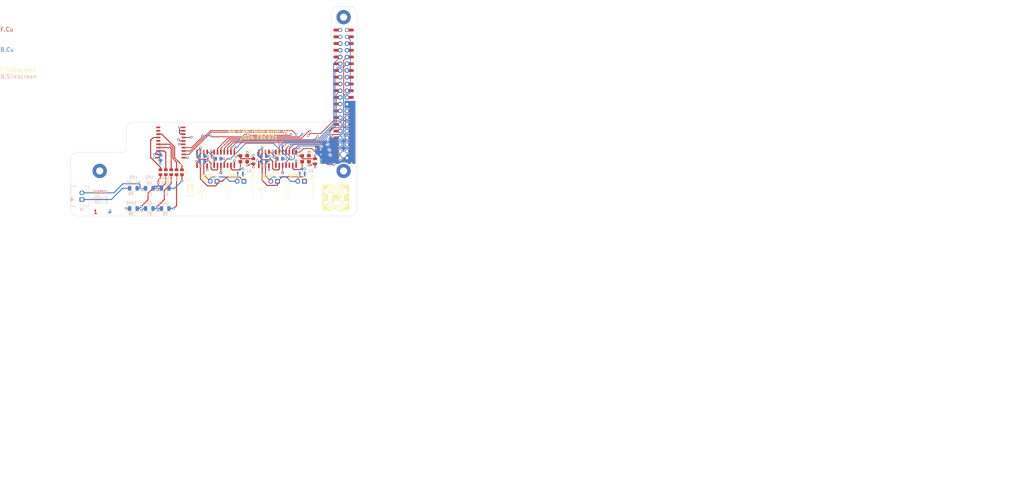
<source format=kicad_pcb>
(kicad_pcb (version 20240108) (generator "pcbnew") (generator_version "8.0")
  (title_block (title "NX-IndicatorBoard V2") (date "2024-07-28") (rev "2") (company "971 Spartan Robotics"))
  (layers (0 "F.Cu" signal) (1 "In1.Cu" signal) (2 "In2.Cu" signal) (31 "B.Cu" signal) (34 "B.Paste" user) (35 "F.Paste" user) (36 "B.SilkS" user "B.Silkscreen") (37 "F.SilkS" user "F.Silkscreen") (38 "B.Mask" user) (39 "F.Mask" user) (44 "Edge.Cuts" user))
  (net 0 "")
  (net 1 "+3V3")
  (net 2 "GND")
  (net 4 "+5V")
  (net 5 "/NX_PC_LED+")
  (net 6 "Net-(D3-A)")
  (net 7 "Net-(D4-A)")
  (net 8 "Net-(D6-A)")
  (net 10 "Net-(D8-A)")
  (net 11 "Net-(D7-A)")
  (net 12 "/I2C1_SDA")
  (net 13 "/I2C1_SCL")
  (net 14 "/GPIO09")
  (net 15 "/UART1_TXD")
  (net 16 "/UART1_RXD")
  (net 17 "/UART1_RTS")
  (net 18 "/I2S0_SCLK")
  (net 19 "/SPI1_SCK")
  (net 20 "/GPIO12")
  (net 21 "/CAN1_L")
  (net 22 "/CAN1_H")
  (net 23 "/SPI0_MOSI")
  (net 24 "/SPI0_MISO")
  (net 25 "/SPI1_MISO")
  (net 26 "/SPI0_SCK")
  (net 27 "/SPI1_CS0")
  (net 28 "/SPI0_CS1")
  (net 29 "/I2C0_SDA")
  (net 30 "/I2C0_SCL")
  (net 31 "/GPIO01")
  (net 32 "/GPIO11")
  (net 33 "/GPIO07")
  (net 34 "/GPIO13")
  (net 35 "/I2S0_FS")
  (net 36 "/UART1_CTS")
  (net 37 "/SPI1_MOSI")
  (net 38 "/I2S0_DIN")
  (net 39 "/I2S0_DOUT")
  (net 40 "/NX_PC_LED-")
  (net 41 "/CAN2_L")
  (net 42 "/CAN2_H")
  (net 44 "/SPI0_CS0")
  (net 45 "/SPI1_CS1")
  (net 46 "Net-(U1-B5)")
  (net 47 "Net-(U1-B4)")
  (net 48 "Net-(U1-B2)")
  (net 49 "Net-(U1-B1)")
  (net 50 "Net-(U1-B0)")
  (net 51 "Net-(U6-CLKO{slash}SOF)")
  (net 52 "Net-(U3-CLKO{slash}SOF)")
  (net 54 "/SPI-CAN-FD1/CANTX")
  (net 55 "/SPI-CAN-FD1/CANRX")
  (net 56 "Net-(U6-OSC1)")
  (net 58 "/SPI-CAN-FD2/CANRX")
  (net 59 "/SPI-CAN-FD2/CANTX")
  (net 60 "Net-(U3-OSC1)")
  (footprint "Package_SO:SO-14_3.9x8.65mm_P1.27mm" (layer "F.Cu") (at 112.9805 104.394 90)
    (property "Reference" "U3")
    (property "Value" "MCP2518FDT-H/SL")
  )
  (footprint "TestPoint:TestPoint_THTPad_D1.0mm_Drill0.5mm" (layer "F.Cu") (at 111.7346 109.7026)
    (property "Reference" "TP1")
    (property "Value" "CLKO")
  )
  (footprint "Package_SO:SO-20_12.8x7.5mm_P1.27mm" (layer "F.Cu") (at 92.8624 98.298 180)
    (property "Reference" "U1")
    (property "Value" "74LVC245AD")
  )
  (footprint "NX-IndicatorBoard:ECS-5032MV" (layer "F.Cu") (at 120.3452 104.394 180)
    (property "Reference" "U4")
    (property "Value" "40MHz")
  )
  (footprint "Package_SO:SO-8_3.9x4.9mm_P1.27mm" (layer "F.Cu") (at 127.9144 104.4194 -90)
    (property "Reference" "U5")
    (property "Value" "MCP2558FD")
  )
  (footprint "Resistor_SMD:R_0805_2012Metric" (layer "F.Cu") (at 94.996 109.474 90)
    (property "Reference" "R4")
    (property "Value" "499R-1%-0805")
  )
  (footprint "NX-IndicatorBoard:ECS-5032MV" (layer "F.Cu") (at 143.637 104.394 180)
    (property "Reference" "U7")
    (property "Value" "40MHz")
  )
  (footprint "NX-IndicatorBoard:M20-782045" (layer "F.Cu") (at 158 104.13 90)
    (property "Reference" "J1")
    (property "Value" "NX Expansion")
  )
  (footprint "NX-IndicatorBoard:70555-0001" (layer "F.Cu") (at 108.966 112.903 -90)
    (property "Reference" "J2")
    (property "Value" "CAN1")
  )
  (footprint "NX-IndicatorBoard:Spartan Logo-FrontSilk" (layer "F.Cu") (at 155.0416 119.0498)
    (property "Reference" "G1" (hide yes))
    (property "Value" "LOGO" (hide yes))
  )
  (footprint "Package_SO:SO-14_3.9x8.65mm_P1.27mm" (layer "F.Cu") (at 136.271 104.394 90)
    (property "Reference" "U6")
    (property "Value" "MCP2518FDT-H/SL")
  )
  (footprint "Resistor_SMD:R_0805_2012Metric" (layer "F.Cu") (at 90.932 109.474 90)
    (property "Reference" "R2")
    (property "Value" "499R-1%-0805")
  )
  (footprint "TestPoint:TestPoint_THTPad_D1.0mm_Drill0.5mm" (layer "F.Cu") (at 135.001 109.6772)
    (property "Reference" "TP2")
    (property "Value" "CLKO")
  )
  (footprint "Resistor_SMD:R_0805_2012Metric" (layer "F.Cu") (at 97.028 109.474 90)
    (property "Reference" "R5")
    (property "Value" "499R-1%-0805")
  )
  (footprint "MountingHole:MountingHole_2.7mm_M2.5_Pad" (layer "F.Cu") (at 158 51)
    (property "Reference" "H1" (hide yes))
    (property "Value" "MountingHole" (hide yes))
  )
  (footprint "NX-IndicatorBoard:70555-0001" (layer "F.Cu") (at 141.9606 112.903 -90)
    (property "Reference" "J5")
    (property "Value" "CAN2")
  )
  (footprint "Package_SO:SO-8_3.9x4.9mm_P1.27mm" (layer "F.Cu") (at 104.6226 104.4448 -90)
    (property "Reference" "U2")
    (property "Value" "MCP2558FD")
  )
  (footprint "Resistor_SMD:R_0805_2012Metric" (layer "F.Cu") (at 92.964 109.474 90)
    (property "Reference" "R3")
    (property "Value" "499R-1%-0805")
  )
  (footprint "MountingHole:MountingHole_2.7mm_M2.5_Pad" (layer "F.Cu") (at 66 109)
    (property "Reference" "H2" (hide yes))
    (property "Value" "MountingHole" (hide yes))
  )
  (footprint "MountingHole:MountingHole_2.7mm_M2.5_Pad" (layer "F.Cu") (at 158 109)
    (property "Reference" "H3" (hide yes))
    (property "Value" "MountingHole" (hide yes))
  )
  (footprint "NX-IndicatorBoard:70555-0001" (layer "F.Cu") (at 119.126 112.903 -90)
    (property "Reference" "J3")
    (property "Value" "CAN1")
  )
  (footprint "Capacitor_SMD:C_0805_2012Metric" (layer "F.Cu") (at 147.2438 105.3592 90)
    (property "Reference" "C2")
    (property "Value" "0.1uF-10%-50V-0805")
  )
  (footprint "NX-IndicatorBoard:70555-0001" (layer "F.Cu") (at 131.826 112.903 -90)
    (property "Reference" "J4")
    (property "Value" "CAN2")
  )
  (footprint "Resistor_SMD:R_0805_2012Metric" (layer "F.Cu") (at 88.9 109.474 90)
    (property "Reference" "R1")
    (property "Value" "499R-1%-0805")
  )
  (footprint "Capacitor_SMD:C_0805_2012Metric" (layer "F.Cu") (at 123.952 105.3592 90)
    (property "Reference" "C1")
    (property "Value" "0.1uF-10%-50V-0805")
  )
  (footprint "Capacitor_SMD:C_0805_2012Metric" (layer "B.Cu") (at 127.9144 105.4354)
    (property "Reference" "C8")
    (property "Value" "0.1uF-10%-50V-0805")
  )
  (footprint "LED_SMD:LED_1206_3216Metric" (layer "B.Cu") (at 84.721 123.18)
    (property "Reference" "D7")
    (property "Value" "CAN1")
  )
  (footprint "NX-IndicatorBoard:Lumex-LPF-C012303S" (layer "B.Cu") (at 84.796 126.00022 180)
    (property "Reference" "LP2")
    (property "Value" "Lumex-2x-Light-Pipe")
  )
  (footprint "Capacitor_SMD:C_0805_2012Metric" (layer "B.Cu") (at 110.6932 104.394)
    (property "Reference" "C7")
    (property "Value" "0.1uF-10%-50V-0805")
  )
  (footprint "Capacitor_SMD:C_0805_2012Metric" (layer "B.Cu") (at 104.6226 105.4354)
    (property "Reference" "C9")
    (property "Value" "0.1uF-10%-50V-0805")
  )
  (footprint "NX-IndicatorBoard:70543-0001" (layer "B.Cu") (at 59.3178 119.7864 90)
    (property "Reference" "J6")
    (property "Value" "PC LED")
  )
  (footprint "Package_TO_SOT_SMD:SOT-23" (layer "B.Cu") (at 142.3811 109.0168 90)
    (property "Reference" "D1")
    (property "Value" "PESD1CAN")
  )
  (footprint "LED_SMD:LED_1206_3216Metric" (layer "B.Cu") (at 78.721 115.56)
    (property "Reference" "D5")
    (property "Value" "PC LED")
  )
  (footprint "Capacitor_SMD:C_0805_2012Metric" (layer "B.Cu") (at 133.985 104.394)
    (property "Reference" "C6")
    (property "Value" "0.1uF-10%-50V-0805")
  )
  (footprint "NX-IndicatorBoard:Lumex-LPF-C012303S" (layer "B.Cu") (at 78.796 126.00022 180)
    (property "Reference" "LP3")
    (property "Value" "Lumex-2x-Light-Pipe")
  )
  (footprint "LED_SMD:LED_1206_3216Metric" (layer "B.Cu") (at 84.721 115.56)
    (property "Reference" "D4")
    (property "Value" "HD")
  )
  (footprint "LED_SMD:LED_1206_3216Metric" (layer "B.Cu") (at 90.721 123.18)
    (property "Reference" "D6")
    (property "Value" "CAN2")
  )
  (footprint "LED_SMD:LED_1206_3216Metric" (layer "B.Cu") (at 78.721 123.18)
    (property "Reference" "D8")
    (property "Value" "CAN0")
  )
  (footprint "Capacitor_SMD:C_0805_2012Metric" (layer "B.Cu") (at 127.9144 103.4034)
    (property "Reference" "C3")
    (property "Value" "0.1uF-10%-50V-0805")
  )
  (footprint "Capacitor_SMD:C_0805_2012Metric" (layer "B.Cu") (at 104.6226 103.4034)
    (property "Reference" "C4")
    (property "Value" "0.1uF-10%-50V-0805")
  )
  (footprint "Package_TO_SOT_SMD:SOT-23" (layer "B.Cu") (at 119.0385 109.0168 90)
    (property "Reference" "D2")
    (property "Value" "PESD1CAN")
  )
  (footprint "NX-IndicatorBoard:Lumex-LPF-C012303S" (layer "B.Cu") (at 90.796 126.00022 180)
    (property "Reference" "LP1")
    (property "Value" "Lumex-2x-Light-Pipe")
  )
  (footprint "LED_SMD:LED_1206_3216Metric" (layer "B.Cu") (at 90.721 115.56)
    (property "Reference" "D3")
    (property "Value" "CPU")
  )
  (footprint "Capacitor_SMD:C_0805_2012Metric" (layer "B.Cu") (at 88.9 104.0384 90)
    (property "Reference" "C5")
    (property "Value" "0.1uF-10%-50V-0805")
  )
  (gr_poly (pts (xy 161.036 105.7656) (xy 161.511 106.3753) (xy 160.5712 106.3753)) (stroke (width 0.15)) (fill solid) (layer "F.SilkS"))
  (gr_poly (pts (xy 145.6182 101.854) (xy 145.1432 101.2443) (xy 146.083 101.2443)) (stroke (width 0.15)) (fill solid) (layer "F.SilkS"))
  (gr_poly (pts (xy 122.6566 101.8794) (xy 122.1816 101.2697) (xy 123.1214 101.2697)) (stroke (width 0.15)) (fill solid) (layer "F.SilkS"))
  (gr_line (start 55 123.4) (end 54.9922 104.6064) (stroke (width 0.1)) (layer "Edge.Cuts"))
  (gr_arc (start 160.451972 47.016972) (mid 162.290478 47.778483) (end 163.051972 49.616972) (stroke (width 0.1)) (layer "Edge.Cuts"))
  (gr_line (start 160.435 126) (end 57.6 126) (stroke (width 0.1)) (layer "Edge.Cuts"))
  (gr_arc (start 153.416 88.03) (mid 152.672051 89.826051) (end 150.876 90.57) (stroke (width 0.1)) (layer "Edge.Cuts"))
  (gr_line (start 153.416 49.556972) (end 153.416 88.03) (stroke (width 0.1)) (layer "Edge.Cuts"))
  (gr_line (start 160.451972 47.016972) (end 155.956 47.016972) (stroke (width 0.1)) (layer "Edge.Cuts"))
  (gr_line (start 163.051972 49.616972) (end 163.035 123.4) (stroke (width 0.1)) (layer "Edge.Cuts"))
  (gr_line (start 78.57 90.57) (end 150.876 90.57) (stroke (width 0.1)) (layer "Edge.Cuts"))
  (gr_line (start 57.5922 102.0064) (end 74.4714 102.0078) (stroke (width 0.1)) (layer "Edge.Cuts"))
  (gr_arc (start 75.97 93.17) (mid 76.731522 91.331522) (end 78.57 90.57) (stroke (width 0.1)) (layer "Edge.Cuts"))
  (gr_arc (start 163.035 123.4) (mid 162.273478 125.238478) (end 160.435 126) (stroke (width 0.1)) (layer "Edge.Cuts"))
  (gr_line (start 75.9714 100.5078) (end 75.97 93.17) (stroke (width 0.1)) (layer "Edge.Cuts"))
  (gr_arc (start 54.9922 104.6064) (mid 55.753722 102.767922) (end 57.5922 102.0064) (stroke (width 0.1)) (layer "Edge.Cuts"))
  (gr_arc (start 153.416 49.556972) (mid 154.159959 47.760939) (end 155.956 47.016972) (stroke (width 0.1)) (layer "Edge.Cuts"))
  (gr_arc (start 75.9714 100.5078) (mid 75.53206 101.56846) (end 74.4714 102.0078) (stroke (width 0.1)) (layer "Edge.Cuts"))
  (gr_arc (start 57.6 126) (mid 55.761522 125.238478) (end 55 123.4) (stroke (width 0.1)) (layer "Edge.Cuts"))
  (gr_text "${LAYER}" (at 28.3972 56.515 0) (layer "F.Cu") (effects (font (size 1.5 1.5) (thickness 0.1875)) (justify left bottom)))
  (gr_text "1" (at 64.4652 125.3236 0) (layer "F.Cu") (effects (font (size 1.5 1.5) (thickness 0.3) (bold yes)) (justify bottom)))
  (gr_text "${LAYER}" (at 28.3972 64.135 0) (layer "B.Cu") (effects (font (size 1.5 1.5) (thickness 0.1875)) (justify left bottom)))
  (gr_text "4" (at 69.849999 125.3236 0) (layer "B.Cu") (effects (font (size 1.5 1.5) (thickness 0.3) (bold yes)) (justify bottom mirror)))
  (gr_text "${LAYER}" (at 28.3972 74.295 0) (layer "B.SilkS") (effects (font (size 1.5 1.5) (thickness 0.1875)) (justify left bottom)))
  (gr_text "2-LED+\n1-LED-" (at 62.738 121.2596 0) (layer "B.SilkS") (effects (font (size 1.016 1.016) (thickness 0.1524)) (justify right bottom mirror)))
  (gr_text "${LAYER}" (at 28.3972 71.755 0) (layer "F.SilkS") (effects (font (size 1.5 1.5) (thickness 0.1875)) (justify left bottom)))
  (gr_text "2-CAN H\n1-CAN L" (at 101.5492 118.9228 90) (layer "F.SilkS") (effects (font (size 1 1)) (justify left bottom)))
  (gr_text "NX CAN INDICATOR V2\n2024 FRC971" (at 126.0094 97.2312 0) (layer "F.SilkS") (effects (font (size 1.397 1.397) (thickness 0.2794) (bold yes)) (justify bottom)))
  (segment (start 145.7198 106.8324) (end 144.907 106.8324) (width 0.381) (layer "F.Cu") (net 1))
  (segment (start 122.3772 106.807) (end 122.875 106.3092) (width 0.381) (layer "F.Cu") (net 1))
  (segment (start 147.2438 106.3092) (end 147.2438 107.5182) (width 0.381) (layer "F.Cu") (net 1))
  (segment (start 121.6152 103.294) (end 121.6152 101.981) (width 0.381) (layer "F.Cu") (net 1))
  (segment (start 123.952 106.3092) (end 123.952 107.4928) (width 0.381) (layer "F.Cu") (net 1))
  (segment (start 102.7176 107.0198) (end 102.7176 105.664) (width 0.381) (layer "F.Cu") (net 1))
  (segment (start 147.2438 106.3092) (end 146.243 106.3092) (width 0.381) (layer "F.Cu") (net 1))
  (segment (start 160.91 104.13) (end 159.27 104.13) (width 1.02) (layer "F.Cu") (net 1))
  (segment (start 144.907 101.9556) (end 144.9324 101.9302) (width 0.381) (layer "F.Cu") (net 1))
  (segment (start 145.0594 106.68) (end 144.907 106.8324) (width 0.3048) (layer "F.Cu") (net 1))
  (segment (start 88.1124 104.013) (end 86.6394 104.013) (width 0.381) (layer "F.Cu") (net 1))
  (segment (start 146.243 106.3092) (end 145.7198 106.8324) (width 0.381) (layer "F.Cu") (net 1))
  (segment (start 126.0094 105.5878) (end 125.476 105.0544) (width 0.381) (layer "F.Cu") (net 1))
  (segment (start 108.4468 101.919) (end 108.102402 101.574602) (width 0.381) (layer "F.Cu") (net 1))
  (segment (start 144.907 103.294) (end 144.907 101.9556) (width 0.381) (layer "F.Cu") (net 1))
  (segment (start 108.102402 101.574602) (end 108.102402 101.422202) (width 0.381) (layer "F.Cu") (net 1))
  (segment (start 144.907 105.494) (end 144.907 106.8324) (width 0.381) (layer "F.Cu") (net 1))
  (segment (start 126.0094 106.9944) (end 126.0094 105.5878) (width 0.381) (layer "F.Cu") (net 1))
  (segment (start 102.7176 105.664) (end 102.4382 105.3846) (width 0.381) (layer "F.Cu") (net 1))
  (segment (start 132.461 101.919) (end 131.8402 101.919) (width 0.3048) (layer "F.Cu") (net 1))
  (segment (start 121.6152 105.494) (end 121.6152 106.807) (width 0.381) (layer "F.Cu") (net 1))
  (segment (start 131.8402 101.919) (end 131.4069 101.4857) (width 0.3048) (layer "F.Cu") (net 1))
  (segment (start 109.1705 101.919) (end 108.4468 101.919) (width 0.381) (layer "F.Cu") (net 1))
  (segment (start 86.6394 104.013) (end 86.614 103.9876) (width 0.381) (layer "F.Cu") (net 1))
  (segment (start 121.6152 106.807) (end 122.3772 106.807) (width 0.381) (layer "F.Cu") (net 1))
  (segment (start 122.875 106.3092) (end 123.952 106.3092) (width 0.381) (layer "F.Cu") (net 1))
  (segment (start 160.91 83.81) (end 159.27 83.81) (width 1.02) (layer "F.Cu") (net 1))
  (via (at 88.802464 106.235475) (size 0.889) (drill 0.508) (layers "F.Cu" "B.Cu") (net 1))
  (via (at 123.952 107.4928) (size 0.889) (drill 0.508) (layers "F.Cu" "B.Cu") (net 1))
  (via (at 144.9324 101.9302) (size 0.889) (drill 0.508) (layers "F.Cu" "B.Cu") (net 1))
  (via (at 102.4382 105.3846) (size 0.889) (drill 0.508) (layers "F.Cu" "B.Cu") (net 1))
  (via (at 125.476 105.0544) (size 0.889) (drill 0.508) (layers "F.Cu" "B.Cu") (net 1))
  (via (at 131.4069 101.4857) (size 0.889) (drill 0.508) (layers "F.Cu" "B.Cu") (net 1))
  (via (at 147.2438 107.5182) (size 0.889) (drill 0.508) (layers "F.Cu" "B.Cu") (net 1))
  (via (at 149.4536 102.7938) (size 0.889) (drill 0.508) (layers "F.Cu" "B.Cu") (net 1))
  (via (at 144.907 106.8324) (size 0.889) (drill 0.508) (layers "F.Cu" "B.Cu") (net 1))
  (via (at 149.3012 101.0412) (size 0.889) (drill 0.508) (layers "F.Cu" "B.Cu") (net 1))
  (via (at 147.633249 100.555421) (size 0.889) (drill 0.508) (layers "F.Cu" "B.Cu") (net 1))
  (via (at 86.614 103.9876) (size 0.889) (drill 0.508) (layers "F.Cu" "B.Cu") (net 1))
  (via (at 121.6152 101.981) (size 0.889) (drill 0.508) (layers "F.Cu" "B.Cu") (net 1))
  (via (at 108.102402 101.422202) (size 0.889) (drill 0.508) (layers "F.Cu" "B.Cu") (net 1))
  (via (at 121.6152 106.807) (size 0.889) (drill 0.508) (layers "F.Cu" "B.Cu") (net 1))
  (segment (start 108.102402 103.809802) (end 108.102402 101.422202) (width 0.381) (layer "B.Cu") (net 1))
  (segment (start 108.6866 104.394) (end 108.102402 103.809802) (width 0.381) (layer "B.Cu") (net 1))
  (segment (start 132.08 104.394) (end 131.4069 103.7209) (width 0.3048) (layer "B.Cu") (net 1))
  (segment (start 126.9644 105.4354) (end 125.857 105.4354) (width 0.381) (layer "B.Cu") (net 1))
  (segment (start 109.7432 104.394) (end 108.6866 104.394) (width 0.381) (layer "B.Cu") (net 1))
  (segment (start 103.6726 105.4354) (end 102.489 105.4354) (width 0.381) (layer "B.Cu") (net 1))
  (segment (start 102.489 105.4354) (end 102.4382 105.3846) (width 0.381) (layer "B.Cu") (net 1))
  (segment (start 131.4069 103.7209) (end 131.4069 101.4857) (width 0.3048) (layer "B.Cu") (net 1))
  (segment (start 125.857 105.4354) (end 125.476 105.0544) (width 0.381) (layer "B.Cu") (net 1))
  (segment (start 88.9 104.9884) (end 88.9 106.137939) (width 0.381) (layer "B.Cu") (net 1))
  (segment (start 88.9 106.137939) (end 88.802464 106.235475) (width 0.381) (layer "B.Cu") (net 1))
  (segment (start 133.035 104.394) (end 132.08 104.394) (width 0.3048) (layer "B.Cu") (net 1))
  (segment (start 116.7905 106.869) (end 116.7905 105.1827) (width 0.381) (layer "F.Cu") (net 2))
  (segment (start 116.7905 105.1827) (end 116.7892 105.1814) (width 0.381) (layer "F.Cu") (net 2))
  (segment (start 160.91 73.65) (end 159.27 73.65) (width 1.02) (layer "F.Cu") (net 2))
  (segment (start 160.91 55.87) (end 159.27 55.87) (width 1.02) (layer "F.Cu") (net 2))
  (segment (start 130.2766 103.4796) (end 129.0066 103.4796) (width 0.381) (layer "F.Cu") (net 2))
  (segment (start 106.5276 108.585) (end 106.553 108.6104) (width 0.381) (layer "F.Cu") (net 2))
  (segment (start 119.0752 103.294) (end 117.813 103.294) (width 0.381) (layer "F.Cu") (net 2))
  (segment (start 96.1136 93.8784) (end 96.1136 92.6084) (width 0.381) (layer "F.Cu") (net 2))
  (segment (start 119.0752 104.14) (end 119.3444 104.4092) (width 0.381) (layer "F.Cu") (net 2))
  (segment (start 119.0752 103.294) (end 119.0752 104.14) (width 0.381) (layer "F.Cu") (net 2))
  (segment (start 96.1136 94.742) (end 96.1136 93.8784) (width 0.381) (layer "F.Cu") (net 2))
  (segment (start 155.09 81.27) (end 156.73 81.27) (width 1.02) (layer "F.Cu") (net 2))
  (segment (start 96.1136 92.6084) (end 97.587 92.6084) (width 0.3048) (layer "F.Cu") (net 2))
  (segment (start 155.09 88.89) (end 156.73 88.89) (width 1.02) (layer "F.Cu") (net 2))
  (segment (start 97.6124 93.853) (end 96.139 93.853) (width 0.381) (layer "F.Cu") (net 2))
  (segment (start 97.6124 95.123) (end 96.4946 95.123) (width 0.381) (layer "F.Cu") (net 2))
  (segment (start 105.2576 101.8698) (end 105.2576 103.124) (width 0.381) (layer "F.Cu") (net 2))
  (segment (start 142.367 104.1654) (end 142.6108 104.4092) (width 0.381) (layer "F.Cu") (net 2))
  (segment (start 155.09 68.57) (end 156.73 68.57) (width 1.02) (layer "F.Cu") (net 2))
  (segment (start 88.1124 102.743) (end 86.614 102.743) (width 0.381) (layer "F.Cu") (net 2))
  (segment (start 97.6124 104.013) (end 99.0854 104.013) (width 0.3048) (layer "F.Cu") (net 2))
  (segment (start 106.5276 107.0198) (end 106.5276 108.585) (width 0.381) (layer "F.Cu") (net 2))
  (segment (start 99.0854 104.013) (end 99.1108 104.0384) (width 0.3048) (layer "F.Cu") (net 2))
  (segment (start 119.3444 104.4092) (end 123.952 104.4092) (width 0.381) (layer "F.Cu") (net 2))
  (segment (start 97.587 92.6084) (end 97.6124 92.583) (width 0.3048) (layer "F.Cu") (net 2))
  (segment (start 140.081 106.869) (end 140.081 105.2068) (width 0.3048) (layer "F.Cu") (net 2))
  (segment (start 129.8194 106.9944) (end 129.8194 108.6104) (width 0.3048) (layer "F.Cu") (net 2))
  (segment (start 105.2576 103.124) (end 105.664 103.5304) (width 0.381) (layer "F.Cu") (net 2))
  (segment (start 155.09 63.49) (end 156.73 63.49) (width 1.02) (layer "F.Cu") (net 2))
  (segment (start 155.09 99.05) (end 156.73 99.05) (width 1.02) (layer "F.Cu") (net 2))
  (segment (start 160.91 93.97) (end 159.27 93.97) (width 1.02) (layer "F.Cu") (net 2))
  (segment (start 147.2438 103.2002) (end 147.2438 103.1748) (width 0.381) (layer "F.Cu") (net 2))
  (segment (start 96.139 93.853) (end 96.1136 93.8784) (width 0.381) (layer "F.Cu") (net 2))
  (segment (start 128.5494 103.0224) (end 128.5494 101.8444) (width 0.381) (layer "F.Cu") (net 2))
  (segment (start 97.6124 98.933) (end 96.0628 98.933) (width 0.381) (layer "F.Cu") (net 2))
  (segment (start 96.4946 95.123) (end 96.1136 94.742) (width 0.381) (layer "F.Cu") (net 2))
  (segment (start 142.367 103.294) (end 140.9622 103.294) (width 0.381) (layer "F.Cu") (net 2))
  (segment (start 140.081 105.2068) (end 140.0556 105.1814) (width 0.3048) (layer "F.Cu") (net 2))
  (segment (start 105.664 103.5304) (end 106.807 103.5304) (width 0.381) (layer "F.Cu") (net 2))
  (segment (start 147.2438 104.4092) (end 147.2438 103.2002) (width 0.381) (layer "F.Cu") (net 2))
  (segment (start 123.952 104.4092) (end 123.952 103.2002) (width 0.381) (layer "F.Cu") (net 2))
  (segment (start 129.0066 103.4796) (end 128.5494 103.0224) (width 0.381) (layer "F.Cu") (net 2))
  (segment (start 142.6108 104.4092) (end 147.2438 104.4092) (width 0.381) (layer "F.Cu") (net 2))
  (segment (start 142.367 103.294) (end 142.367 104.1654) (width 0.381) (layer "F.Cu") (net 2))
  (segment (start 140.9622 103.294) (end 140.9446 103.2764) (width 0.381) (layer "F.Cu") (net 2))
  (segment (start 117.813 103.294) (end 117.3988 103.7082) (width 0.381) (layer "F.Cu") (net 2))
  (via (at 112.8522 104.4194) (size 0.889) (drill 0.508) (layers "F.Cu" "B.Cu") (net 2))
  (via (at 140.0556 105.1814) (size 0.889) (drill 0.508) (layers "F.Cu" "B.Cu") (net 2))
  (via (at 75.946 123.1646) (size 0.889) (drill 0.508) (layers "F.Cu" "B.Cu") (net 2))
  (via (at 106.553 108.6104) (size 0.889) (drill 0.508) (layers "F.Cu" "B.Cu") (net 2))
  (via (at 81.9658 115.9764) (size 0.889) (drill 0.508) (layers "F.Cu" "B.Cu") (net 2))
  (via (at 96.0628 98.933) (size 0.889) (drill 0.508) (layers "F.Cu" "B.Cu") (net 2))
  (via (at 117.3988 103.7082) (size 0.889) (drill 0.508) (layers "F.Cu" "B.Cu") (net 2))
  (via (at 147.2438 103.1748) (size 0.889) (drill 0.508) (layers "F.Cu" "B.Cu") (net 2))
  (via (at 106.807 103.5304) (size 0.889) (drill 0.508) (layers "F.Cu" "B.Cu") (net 2))
  (via (at 120.0658 108.1024) (size 0.889) (drill 0.508) (layers "F.Cu" "B.Cu") (net 2))
  (via (at 130.2766 103.4796) (size 0.889) (drill 0.508) (layers "F.Cu" "B.Cu") (net 2))
  (via (at 140.9446 103.2764) (size 0.889) (drill 0.508) (layers "F.Cu" "B.Cu") (net 2))
  (via (at 116.7892 105.1814) (size 0.889) (drill 0.508) (layers "F.Cu" "B.Cu") (net 2))
  (via (at 96.1136 92.6084) (size 0.889) (drill 0.508) (layers "F.Cu" "B.Cu") (net 2))
  (via (at 129.8194 108.6104) (size 0.889) (drill 0.508) (layers "F.Cu" "B.Cu") (net 2))
  (via (at 87.9094 116.1288) (size 0.889) (drill 0.508) (layers "F.Cu" "B.Cu") (net 2))
  (via (at 87.9856 123.7996) (size 0.889) (drill 0.508) (layers "F.Cu" "B.Cu") (net 2))
  (via (at 81.788 123.7996) (size 0.889) (drill 0.508) (layers "F.Cu" "B.Cu") (net 2))
  (via (at 99.1108 104.0384) (size 0.889) (drill 0.508) (layers "F.Cu" "B.Cu") (net 2))
  (via (at 86.614 102.743) (size 0.889) (drill 0.508) (layers "F.Cu" "B.Cu") (net 2))
  (via (at 136.12171 104.414192) (size 0.889) (drill 0.508) (layers "F.Cu" "B.Cu") (net 2))
  (via (at 123.952 103.2002) (size 0.889) (drill 0.508) (layers "F.Cu" "B.Cu") (net 2))
  (via (at 143.4084 108.1024) (size 0.889) (drill 0.508) (layers "F.Cu" "B.Cu") (net 2))
  (segment (start 106.68 103.4034) (end 106.807 103.5304) (width 0.381) (layer "B.Cu") (net 2))
  (segment (start 105.5726 105.4354) (end 106.3752 105.4354) (width 0.381) (layer "B.Cu") (net 2))
  (segment (start 142.3811 108.0793) (end 143.3853 108.0793) (width 0.381) (layer "B.Cu") (net 2))
  (segment (start 83.321 123.18) (end 82.4076 123.18) (width 0.381) (layer "B.Cu") (net 2))
  (segment (start 128.8644 105.4354) (end 129.6924 105.4354) (width 0.381) (layer "B.Cu") (net 2))
  (segment (start 82.4076 123.18) (end 81.788 123.7996) (width 0.381) (layer "B.Cu") (net 2))
  (segment (start 106.807 105.0036) (end 106.807 103.5304) (width 0.381) (layer "B.Cu") (net 2))
  (segment (start 87.5284 101.8286) (end 86.614 102.743) (width 0.381) (layer "B.Cu") (net 2))
  (segment (start 136.101518 104.394) (end 136.12171 104.414192) (width 0.3048) (layer "B.Cu") (net 2))
  (segment (start 112.8268 104.394) (end 112.8522 104.4194) (width 0.381) (layer "B.Cu") (net 2))
  (segment (start 120.0427 108.0793) (end 120.0658 108.1024) (width 0.381) (layer "B.Cu") (net 2))
  (segment (start 88.3312 123.18) (end 88.3158 123.1646) (width 0.381) (layer "B.Cu") (net 2))
  (segment (start 89.321 115.56) (end 88.2804 115.56) (width 0.381) (layer "B.Cu") (net 2))
  (segment (start 88.3158 123.1646) (end 87.9856 123.4948) (width 0.381) (layer "B.Cu") (net 2))
  (segment (start 119.0385 108.0793) (end 120.0427 108.0793) (width 0.381) (layer "B.Cu") (net 2))
  (segment (start 83.321 115.56) (end 82.3822 115.56) (width 0.381) (layer "B.Cu") (net 2))
  (segment (start 134.935 104.394) (end 136.101518 104.394) (width 0.3048) (layer "B.Cu") (net 2))
  (segment (start 106.3752 105.4354) (end 106.807 105.0036) (width 0.381) (layer "B.Cu") (net 2))
  (segment (start 88.4936 101.8286) (end 87.5284 101.8286) (width 0.381) (layer "B.Cu") (net 2))
  (segment (start 87.9094 115.931) (end 87.9094 116.1288) (width 0.381) (layer "B.Cu") (net 2))
  (segment (start 128.8644 103.4034) (end 130.2004 103.4034) (width 0.381) (layer "B.Cu") (net 2))
  (segment (start 75.9614 123.18) (end 75.946 123.1646) (width 0.381) (layer "B.Cu") (net 2))
  (segment (start 111.6432 104.394) (end 112.8268 104.394) (width 0.381) (layer "B.Cu") (net 2))
  (segment (start 87.9856 123.4948) (end 87.9856 123.7996) (width 0.381) (layer "B.Cu") (net 2))
  (segment (start 82.3822 115.56) (end 81.9658 115.9764) (width 0.381) (layer "B.Cu") (net 2))
  (segment (start 105.5726 103.4034) (end 106.68 103.4034) (width 0.381) (layer "B.Cu") (net 2))
  (segment (start 130.2766 104.8512) (end 130.2766 103.4796) (width 0.381) (layer "B.Cu") (net 2))
  (segment (start 130.2004 103.4034) (end 130.2766 103.4796) (width 0.381) (layer "B.Cu") (net 2))
  (segment (start 88.2804 115.56) (end 87.9094 115.931) (width 0.381) (layer "B.Cu") (net 2))
  (segment (start 88.9 103.0884) (end 88.9 102.235) (width 0.381) (layer "B.Cu") (net 2))
  (segment (start 77.321 123.18) (end 75.9614 123.18) (width 0.381) (layer "B.Cu") (net 2))
  (segment (start 143.3853 108.0793) (end 143.4084 108.1024) (width 0.381) (layer "B.Cu") (net 2))
  (segment (start 89.321 123.18) (end 88.3312 123.18) (width 0.381) (layer "B.Cu") (net 2))
  (segment (start 129.6924 105.4354) (end 130.2766 104.8512) (width 0.381) (layer "B.Cu") (net 2))
  (segment (start 88.9 102.235) (end 88.4936 101.8286) (width 0.381) (layer "B.Cu") (net 2))
  (segment (start 127.2794 100.33) (end 127.254 100.3046) (width 0.3048) (layer "F.Cu") (net 4))
  (segment (start 155.09 101.59) (end 156.73 101.59) (width 1.02) (layer "F.Cu") (net 4))
  (segment (start 103.9876 100.2538) (end 103.9876 101.8698) (width 0.381) (layer "F.Cu") (net 4))
  (segment (start 155.09 104.13) (end 156.73 104.13) (width 1.02) (layer "F.Cu") (net 4))
  (segment (start 127.2794 101.8444) (end 127.2794 100.33) (width 0.3048) (layer "F.Cu") (net 4))
  (via (at 103.9876 100.2538) (size 0.889) (drill 0.508) (layers "F.Cu" "B.Cu") (net 4))
  (via (at 127.254 100.3046) (size 0.889) (drill 0.508) (layers "F.Cu" "B.Cu") (net 4))
  (segment (start 102.8192 103.4034) (end 102.616 103.2002) (width 0.381) (layer "B.Cu") (net 4))
  (segment (start 102.616 101.6254) (end 103.9876 100.2538) (width 0.381) (layer "B.Cu") (net 4))
  (segment (start 125.8062 103.4034) (end 125.5014 103.0986) (width 0.381) (layer "B.Cu") (net 4))
  (segment (start 103.6726 103.4034) (end 102.8192 103.4034) (width 0.381) (layer "B.Cu") (net 4))
  (segment (start 102.616 103.2002) (end 102.616 101.6254) (width 0.381) (layer "B.Cu") (net 4))
  (segment (start 127.254 100.33) (end 127.254 100.3046) (width 0.381) (layer "B.Cu") (net 4))
  (segment (start 126.9644 103.4034) (end 125.8062 103.4034) (width 0.381) (layer "B.Cu") (net 4))
  (segment (start 125.5014 102.0826) (end 127.254 100.33) (width 0.381) (layer "B.Cu") (net 4))
  (segment (start 125.5014 103.0986) (end 125.5014 102.0826) (width 0.381) (layer "B.Cu") (net 4))
  (segment (start 80.121 115.56) (end 81.0868 115.56) (width 0.381) (layer "B.Cu") (net 5))
  (segment (start 81.0868 115.56) (end 81.28 115.3668) (width 0.381) (layer "B.Cu") (net 5))
  (segment (start 71.3486 117.2464) (end 59.3178 117.2464) (width 0.381) (layer "B.Cu") (net 5))
  (segment (start 81.28 115.3668) (end 81.28 114.3762) (width 0.381) (layer "B.Cu") (net 5))
  (segment (start 80.7466 113.8428) (end 74.7522 113.8428) (width 0.381) (layer "B.Cu") (net 5))
  (segment (start 81.28 114.3762) (end 80.7466 113.8428) (width 0.381) (layer "B.Cu") (net 5))
  (segment (start 74.7522 113.8428) (end 71.3486 117.2464) (width 0.381) (layer "B.Cu") (net 5))
  (segment (start 97.028 110.3865) (end 97.028 112.7506) (width 0.381) (layer "F.Cu") (net 6))
  (via (at 97.028 112.7506) (size 0.889) (drill 0.508) (layers "F.Cu" "B.Cu") (net 6))
  (segment (start 92.121 115.56) (end 94.2186 115.56) (width 0.381) (layer "B.Cu") (net 6))
  (segment (start 94.2186 115.56) (end 97.028 112.7506) (width 0.381) (layer "B.Cu") (net 6))
  (segment (start 88.1126 112.4204) (end 88.9 111.633) (width 0.381) (layer "F.Cu") (net 7))
  (segment (start 88.9 111.633) (end 88.9 110.3865) (width 0.381) (layer "F.Cu") (net 7))
  (segment (start 88.1126 113.5126) (end 88.1126 112.4204) (width 0.381) (layer "F.Cu") (net 7))
  (via (at 88.1126 113.5126) (size 0.889) (drill 0.508) (layers "F.Cu" "B.Cu") (net 7))
  (segment (start 87.2082 115.56) (end 87.2998 115.4684) (width 0.381) (layer "B.Cu") (net 7))
  (segment (start 88.1126 114.6556) (end 88.1126 113.5126) (width 0.381) (layer "B.Cu") (net 7))
  (segment (start 86.121 115.56) (end 87.2082 115.56) (width 0.381) (layer "B.Cu") (net 7))
  (segment (start 87.2998 115.4684) (end 88.1126 114.6556) (width 0.381) (layer "B.Cu") (net 7))
  (segment (start 94.996 122.0978) (end 93.9546 123.1392) (width 0.381) (layer "F.Cu") (net 8))
  (segment (start 94.996 110.3865) (end 94.996 122.0978) (width 0.381) (layer "F.Cu") (net 8))
  (via (at 93.9546 123.1392) (size 0.889) (drill 0.508) (layers "F.Cu" "B.Cu") (net 8))
  (segment (start 93.9546 123.1392) (end 92.1618 123.1392) (width 0.381) (layer "B.Cu") (net 8))
  (segment (start 92.1618 123.1392) (end 92.121 123.18) (width 0.381) (layer "B.Cu") (net 8))
  (segment (start 89.8144 114.7318) (end 86.8934 114.7318) (width 0.381) (layer "F.Cu") (net 10))
  (segment (start 84.2264 117.3988) (end 84.2264 119.8372) (width 0.381) (layer "F.Cu") (net 10))
  (segment (start 90.932 110.3865) (end 90.932 113.6142) (width 0.381) (layer "F.Cu") (net 10))
  (segment (start 86.8934 114.7318) (end 84.2264 117.3988) (width 0.381) (layer "F.Cu") (net 10))
  (segment (start 84.2264 119.8372) (end 81.6356 122.428) (width 0.381) (layer "F.Cu") (net 10))
  (segment (start 90.932 113.6142) (end 89.8144 114.7318) (width 0.381) (layer "F.Cu") (net 10))
  (via (at 81.6356 122.428) (size 0.889) (drill 0.508) (layers "F.Cu" "B.Cu") (net 10))
  (segment (start 80.8836 123.18) (end 81.6356 122.428) (width 0.381) (layer "B.Cu") (net 10))
  (segment (start 80.121 123.18) (end 80.8836 123.18) (width 0.381) (layer "B.Cu") (net 10))
  (segment (start 92.964 113.7666) (end 90.3732 116.3574) (width 0.381) (layer "F.Cu") (net 11))
  (segment (start 90.3732 119.7864) (end 87.6046 122.555) (width 0.381) (layer "F.Cu") (net 11))
  (segment (start 90.3732 116.3574) (end 90.3732 119.7864) (width 0.381) (layer "F.Cu") (net 11))
  (segment (start 92.964 110.3865) (end 92.964 113.7666) (width 0.381) (layer "F.Cu") (net 11))
  (via (at 87.6046 122.555) (size 0.889) (drill 0.508) (layers "F.Cu" "B.Cu") (net 11))
  (segment (start 87.6046 122.8852) (end 87.6046 122.555) (width 0.381) (layer "B.Cu") (net 11))
  (segment (start 87.3098 123.18) (end 87.6046 122.8852) (width 0.381) (layer "B.Cu") (net 11))
  (segment (start 86.121 123.18) (end 87.3098 123.18) (width 0.381) (layer "B.Cu") (net 11))
  (segment (start 160.91 101.59) (end 159.27 101.59) (width 1.02) (layer "F.Cu") (net 12))
  (segment (start 160.91 99.05) (end 159.27 99.05) (width 1.02) (layer "F.Cu") (net 13))
  (segment (start 157.982336 97.797664) (end 157.982336 99.827664) (width 0.3048) (layer "F.Cu") (net 14))
  (segment (start 157.982336 99.827664) (end 157.5054 100.3046) (width 0.3048) (layer "F.Cu") (net 14))
  (segment (start 160.91 96.51) (end 159.27 96.51) (width 1.02) (layer "F.Cu") (net 14))
  (segment (start 153.4922 102.4128) (end 152.9588 102.9462) (width 0.3048) (layer "F.Cu") (net 14))
  (segment (start 112.9805 106.869) (end 112.9805 105.5865) (width 0.3048) (layer "F.Cu") (net 14))
  (segment (start 154.200516 100.3046) (end 153.4922 101.012916) (width 0.3048) (layer "F.Cu") (net 14))
  (segment (start 157.5054 100.3046) (end 154.200516 100.3046) (width 0.3048) (layer "F.Cu") (net 14))
  (segment (start 153.4922 101.012916) (end 153.4922 102.4128) (width 0.3048) (layer "F.Cu") (net 14))
  (segment (start 114.1476 104.4194) (end 115.2906 104.4194) (width 0.3048) (layer "F.Cu") (net 14))
  (segment (start 112.9805 105.5865) (end 114.1476 104.4194) (width 0.3048) (layer "F.Cu") (net 14))
  (segment (start 159.27 96.51) (end 157.982336 97.797664) (width 0.3048) (layer "F.Cu") (net 14))
  (via (at 149.5044 99.822) (size 0.889) (drill 0.508) (layers "F.Cu" "B.Cu") (net 14))
  (via (at 115.2906 104.4194) (size 0.889) (drill 0.508) (layers "F.Cu" "B.Cu") (net 14))
  (via (at 152.9588 102.9462) (size 0.889) (drill 0.508) (layers "F.Cu" "B.Cu") (net 14))
  (segment (start 137.698229 104.783636) (end 131.466593 98.552) (width 0.3048) (layer "B.Cu") (net 14))
  (segment (start 121.158 98.552) (end 115.2906 104.4194) (width 0.3048) (layer "B.Cu") (net 14))
  (segment (start 139.4968 104.0384) (end 138.751564 104.783636) (width 0.3048) (layer "B.Cu") (net 14))
  (segment (start 138.751564 104.783636) (end 137.698229 104.783636) (width 0.3048) (layer "B.Cu") (net 14))
  (segment (start 149.2758 99.5934) (end 140.6906 99.5934) (width 0.3048) (layer "B.Cu") (net 14))
  (segment (start 140.6906 99.5934) (end 139.4968 100.7872) (width 0.3048) (layer "B.Cu") (net 14))
  (segment (start 149.5044 99.822) (end 149.2758 99.5934) (width 0.3048) (layer "B.Cu") (net 14))
  (segment (start 131.466593 98.552) (end 121.158 98.552) (width 0.3048) (layer "B.Cu") (net 14))
  (segment (start 139.4968 100.7872) (end 139.4968 104.0384) (width 0.3048) (layer "B.Cu") (net 14))
  (segment (start 99.689232 102.743) (end 108.045832 94.3864) (width 0.3048) (layer "F.Cu") (net 15))
  (segment (start 135.914892 94.3864) (end 136.2456 94.717108) (width 0.3048) (layer "F.Cu") (net 15))
  (segment (start 97.6124 102.743) (end 99.689232 102.743) (width 0.3048) (layer "F.Cu") (net 15))
  (segment (start 155.09 96.51) (end 156.73 96.51) (width 1.02) (layer "F.Cu") (net 15))
  (segment (start 108.045832 94.3864) (end 135.914892 94.3864) (width 0.3048) (layer "F.Cu") (net 15))
  (via (at 136.2456 94.717108) (size 0.889) (drill 0.508) (layers "F.Cu" "B.Cu") (net 15))
  (segment (start 155.09 93.97) (end 156.73 93.97) (width 1.02) (layer "F.Cu") (net 16))
  (segment (start 138.58437 93.7768) (end 140.079414 95.271844) (width 0.3048) (layer "F.Cu") (net 16))
  (segment (start 97.6124 101.473) (end 100.174716 101.473) (width 0.3048) (layer "F.Cu") (net 16))
  (segment (start 107.870916 93.7768) (end 138.58437 93.7768) (width 0.3048) (layer "F.Cu") (net 16))
  (segment (start 100.174716 101.473) (end 107.870916 93.7768) (width 0.3048) (layer "F.Cu") (net 16))
  (via (at 140.079414 95.271844) (size 0.889) (drill 0.508) (layers "F.Cu" "B.Cu") (net 16))
  (segment (start 157.248735 95.257664) (end 154.137664 95.257664) (width 0.3048) (layer "F.Cu") (net 17))
  (segment (start 160.91 91.43) (end 159.27 91.43) (width 1.02) (layer "F.Cu") (net 17))
  (segment (start 154.137664 95.257664) (end 153.4668 95.928528) (width 0.3048) (layer "F.Cu") (net 17))
  (segment (start 159.27 91.555) (end 157.982336 92.842664) (width 0.3048) (layer "F.Cu") (net 17))
  (segment (start 159.27 91.43) (end 159.27 91.555) (width 0.3048) (layer "F.Cu") (net 17))
  (segment (start 153.4668 100.1776) (end 152.6286 101.0158) (width 0.3048) (layer "F.Cu") (net 17))
  (segment (start 95.6564 97.1296) (end 96.1898 97.663) (width 0.3048) (layer "F.Cu") (net 17))
  (segment (start 157.982336 94.524063) (end 157.248735 95.257664) (width 0.3048) (layer "F.Cu") (net 17))
  (segment (start 96.1898 97.663) (end 97.6124 97.663) (width 0.3048) (layer "F.Cu") (net 17))
  (segment (start 157.982336 92.842664) (end 157.982336 94.524063) (width 0.3048) (layer "F.Cu") (net 17))
  (segment (start 153.4668 95.928528) (end 153.4668 100.1776) (width 0.3048) (layer "F.Cu") (net 17))
  (via (at 152.6286 101.0158) (size 0.889) (drill 0.508) (layers "F.Cu" "B.Cu") (net 17))
  (via (at 95.6564 97.1296) (size 0.889) (drill 0.508) (layers "F.Cu" "B.Cu") (net 17))
  (segment (start 141.345918 96.11868) (end 108.31068 96.11868) (width 0.3048) (layer "F.Cu") (net 18))
  (segment (start 155.09 91.43) (end 156.73 91.43) (width 1.02) (layer "F.Cu") (net 18))
  (segment (start 97.6124 100.203) (end 100.6602 100.203) (width 0.3048) (layer "F.Cu") (net 18))
  (segment (start 108.31068 96.11868) (end 107.924601 95.732601) (width 0.3048) (layer "F.Cu") (net 18))
  (segment (start 142.354299 95.110299) (end 141.345918 96.11868) (width 0.3048) (layer "F.Cu") (net 18))
  (segment (start 104.698802 96.164398) (end 104.698802 95.732601) (width 0.3048) (layer "F.Cu") (net 18))
  (segment (start 100.6602 100.203) (end 104.698802 96.164398) (width 0.3048) (layer "F.Cu") (net 18))
  (via (at 104.698802 95.732601) (size 0.889) (drill 0.508) (layers "F.Cu" "B.Cu") (net 18))
  (via (at 107.924601 95.732601) (size 0.889) (drill 0.508) (layers "F.Cu" "B.Cu") (net 18))
  (via (at 142.354299 95.110299) (size 0.889) (drill 0.508) (layers "F.Cu" "B.Cu") (net 18))
  (segment (start 107.924601 95.732601) (end 104.698802 95.732601) (width 0.3048) (layer "B.Cu") (net 18))
  (segment (start 157.99 91.941071) (end 157.99 90.4728) (width 0.3048) (layer "F.Cu") (net 19))
  (segment (start 159.27 89.1928) (end 159.27 88.89) (width 0.3048) (layer "F.Cu") (net 19))
  (segment (start 137.541 101.919) (end 137.541 100.6094) (width 0.3048) (layer "F.Cu") (net 19))
  (segment (start 157.99 90.4728) (end 159.27 89.1928) (width 0.3048) (layer "F.Cu") (net 19))
  (segment (start 160.91 88.89) (end 159.27 88.89) (width 1.02) (layer "F.Cu") (net 19))
  (segment (start 157.213407 92.717664) (end 157.99 91.941071) (width 0.3048) (layer "F.Cu") (net 19))
  (segment (start 153.890936 92.717664) (end 157.213407 92.717664) (width 0.3048) (layer "F.Cu") (net 19))
  (segment (start 152.4762 99.8728) (end 152.8826 99.4664) (width 0.3048) (layer "F.Cu") (net 19))
  (segment (start 139.192 98.9584) (end 150.262593 98.9584) (width 0.3048) (layer "F.Cu") (net 19))
  (segment (start 152.8826 99.4664) (end 152.8826 93.726) (width 0.3048) (layer "F.Cu") (net 19))
  (segment (start 152.8826 93.726) (end 153.890936 92.717664) (width 0.3048) (layer "F.Cu") (net 19))
  (segment (start 151.176993 99.8728) (end 152.4762 99.8728) (width 0.3048) (layer "F.Cu") (net 19))
  (segment (start 150.262593 98.9584) (end 151.176993 99.8728) (width 0.3048) (layer "F.Cu") (net 19))
  (segment (start 137.541 100.6094) (end 139.192 98.9584) (width 0.3048) (layer "F.Cu") (net 19))
  (segment (start 115.5205 100.3541) (end 115.9002 99.9744) (width 0.3048) (layer "F.Cu") (net 20))
  (segment (start 160.91 86.35) (end 159.27 86.35) (width 1.02) (layer "F.Cu") (net 20))
  (segment (start 137.811256 95.563944) (end 138.1252 95.25) (width 0.3048) (layer "F.Cu") (net 20))
  (segment (start 115.5205 101.919) (end 115.5205 100.3541) (width 0.3048) (layer "F.Cu") (net 20))
  (segment (start 122.005344 95.563944) (end 137.811256 95.563944) (width 0.3048) (layer "F.Cu") (net 20))
  (segment (start 121.6914 95.25) (end 122.005344 95.563944) (width 0.3048) (layer "F.Cu") (net 20))
  (via (at 121.6914 95.25) (size 0.889) (drill 0.508) (layers "F.Cu" "B.Cu") (net 20))
  (via (at 115.9002 99.9744) (size 0.889) (drill 0.508) (layers "F.Cu" "B.Cu") (net 20))
  (via (at 138.1252 95.25) (size 0.889) (drill 0.508) (layers "F.Cu" "B.Cu") (net 20))
  (segment (start 121.6914 95.25) (end 120.6246 95.25) (width 0.3048) (layer "B.Cu") (net 20))
  (segment (start 120.6246 95.25) (end 115.9002 99.9744) (width 0.3048) (layer "B.Cu") (net 20))
  (segment (start 103.9876 112.014) (end 106.6038 114.6302) (width 0.381) (layer "F.Cu") (net 21))
  (segment (start 113.8174 111.3282) (end 118.8212 111.3282) (width 0.381) (layer "F.Cu") (net 21))
  (segment (start 103.9876 107.0198) (end 103.9876 112.014) (width 0.381) (layer "F.Cu") (net 21))
  (segment (start 110.236 112.903) (end 112.2426 112.903) (width 0.381) (layer "F.Cu") (net 21))
  (segment (start 112.2426 112.903) (end 113.8174 111.3282) (width 0.381) (layer "F.Cu") (net 21))
  (segment (start 118.8212 111.3282) (end 120.396 112.903) (width 0.381) (layer "F.Cu") (net 21))
  (segment (start 110.236 114.1476) (end 110.236 112.903) (width 0.381) (layer "F.Cu") (net 21))
  (segment (start 106.6038 114.6302) (end 109.7534 114.6302) (width 0.381) (layer "F.Cu") (net 21))
  (segment (start 109.7534 114.6302) (end 110.236 114.1476) (width 0.381) (layer "F.Cu") (net 21))
  (segment (start 120.396 111.5822) (end 120.396 112.903) (width 0.381) (layer "B.Cu") (net 21))
  (segment (start 119.9885 109.9543) (end 119.9885 111.1747) (width 0.381) (layer "B.Cu") (net 21))
  (segment (start 119.9885 111.1747) (end 120.396 111.5822) (width 0.381) (layer "B.Cu") (net 21))
  (segment (start 105.2576 107.0198) (end 105.2576 110.4646) (width 0.381) (layer "F.Cu") (net 22))
  (segment (start 105.2576 110.4646) (end 107.696 112.903) (width 0.381) (layer "F.Cu") (net 22))
  (segment (start 113.3856 111.2774) (end 115.0112 112.903) (width 0.381) (layer "B.Cu") (net 22))
  (segment (start 117.856 111.5568) (end 117.856 112.903) (width 0.381) (layer "B.Cu") (net 22))
  (segment (start 115.0112 112.903) (end 117.856 112.903) (width 0.381) (layer "B.Cu") (net 22))
  (segment (start 118.0885 111.3243) (end 117.856 111.5568) (width 0.381) (layer "B.Cu") (net 22))
  (segment (start 108.204 111.2774) (end 113.3856 111.2774) (width 0.381) (layer "B.Cu") (net 22))
  (segment (start 107.696 112.903) (end 107.696 111.7854) (width 0.381) (layer "B.Cu") (net 22))
  (segment (start 107.696 111.7854) (end 108.204 111.2774) (width 0.381) (layer "B.Cu") (net 22))
  (segment (start 118.0885 109.9543) (end 118.0885 111.3243) (width 0.381) (layer "B.Cu") (net 22))
  (segment (start 133.351473 97.78264) (end 151.36596 97.78264) (width 0.3048) (layer "F.Cu") (net 23))
  (segment (start 160.91 81.27) (end 159.27 81.27) (width 1.02) (layer "F.Cu") (net 23))
  (segment (start 151.36596 97.78264) (end 151.9174 97.2312) (width 0.3048) (layer "F.Cu") (net 23))
  (segment (start 115.703403 97.783597) (end 133.350516 97.783597) (width 0.3048) (layer "F.Cu") (net 23))
  (segment (start 112.9805 100.5065) (end 115.703403 97.783597) (width 0.3048) (layer "F.Cu") (net 23))
  (segment (start 133.350516 97.783597) (end 133.351473 97.78264) (width 0.3048) (layer "F.Cu") (net 23))
  (segment (start 112.9805 101.919) (end 112.9805 100.5065) (width 0.3048) (layer "F.Cu") (net 23))
  (via (at 151.9174 97.2312) (size 0.889) (drill 0.508) (layers "F.Cu" "B.Cu") (net 23))
  (segment (start 160.91 78.73) (end 159.27 78.73) (width 1.02) (layer "F.Cu") (net 24))
  (segment (start 133.121693 97.227904) (end 146.97023 97.227904) (width 0.3048) (layer "F.Cu") (net 24))
  (segment (start 133.120736 97.228861) (end 133.121693 97.227904) (width 0.3048) (layer "F.Cu") (net 24))
  (segment (start 111.7105 101.919) (end 111.7105 100.4811) (width 0.3048) (layer "F.Cu") (net 24))
  (segment (start 114.962739 97.228861) (end 133.120736 97.228861) (width 0.3048) (layer "F.Cu") (net 24))
  (segment (start 111.7105 100.4811) (end 114.962739 97.228861) (width 0.3048) (layer "F.Cu") (net 24))
  (segment (start 146.97023 97.227904) (end 148.197566 96.000568) (width 0.3048) (layer "F.Cu") (net 24))
  (via (at 148.197566 96.000568) (size 0.889) (drill 0.508) (layers "F.Cu" "B.Cu") (net 24))
  (segment (start 135.001 99.975324) (end 135.736323 99.240001) (width 0.3048) (layer "F.Cu") (net 25))
  (segment (start 135.001 101.919) (end 135.001 99.975324) (width 0.3048) (layer "F.Cu") (net 25))
  (segment (start 155.09 78.73) (end 156.73 78.73) (width 1.02) (layer "F.Cu") (net 25))
  (via (at 135.736323 99.240001) (size 0.889) (drill 0.508) (layers "F.Cu" "B.Cu") (net 25))
  (segment (start 155.321 80.139) (end 155.321 91.717245) (width 0.3048) (layer "B.Cu") (net 25))
  (segment (start 155.321 91.717245) (end 148.570573 98.467672) (width 0.3048) (layer "B.Cu") (net 25))
  (segment (start 156.73 78.73) (end 155.321 80.139) (width 0.3048) (layer "B.Cu") (net 25))
  (segment (start 148.570573 98.467672) (end 136.508652 98.467672) (width 0.3048) (layer "B.Cu") (net 25))
  (segment (start 136.508652 98.467672) (end 135.736323 99.240001) (width 0.3048) (layer "B.Cu") (net 25))
  (segment (start 116.291667 98.338333) (end 133.580296 98.338333) (width 0.3048) (layer "F.Cu") (net 26))
  (segment (start 133.580296 98.338333) (end 133.581253 98.337376) (width 0.3048) (layer "F.Cu") (net 26))
  (segment (start 151.321776 98.337376) (end 151.9428 98.9584) (width 0.3048) (layer "F.Cu") (net 26))
  (segment (start 114.2505 100.3795) (end 116.291667 98.338333) (width 0.3048) (layer "F.Cu") (net 26))
  (segment (start 114.2505 101.919) (end 114.2505 100.3795) (width 0.3048) (layer "F.Cu") (net 26))
  (segment (start 133.581253 98.337376) (end 151.321776 98.337376) (width 0.3048) (layer "F.Cu") (net 26))
  (segment (start 160.91 76.19) (end 159.27 76.19) (width 1.02) (layer "F.Cu") (net 26))
  (via (at 151.9428 98.9584) (size 0.889) (drill 0.508) (layers "F.Cu" "B.Cu") (net 26))
  (segment (start 133.731 99.378393) (end 133.925566 99.183827) (width 0.3048) (layer "F.Cu") (net 27))
  (segment (start 133.731 101.919) (end 133.731 99.378393) (width 0.3048) (layer "F.Cu") (net 27))
  (segment (start 155.09 83.81) (end 156.73 83.81) (width 1.02) (layer "F.Cu") (net 27))
  (via (at 133.925566 99.183827) (size 0.889) (drill 0.508) (layers "F.Cu" "B.Cu") (net 27))
  (segment (start 155.09 73.65) (end 156.73 73.65) (width 1.02) (layer "F.Cu") (net 28))
  (segment (start 160.91 71.11) (end 159.27 71.11) (width 1.02) (layer "F.Cu") (net 29))
  (segment (start 155.09 71.11) (end 156.73 71.11) (width 1.02) (layer "F.Cu") (net 30))
  (segment (start 160.91 68.57) (end 159.27 68.57) (width 1.02) (layer "F.Cu") (net 31))
  (segment (start 136.271 106.869) (end 136.271 105.663998) (width 0.3048) (layer "F.Cu") (net 31))
  (segment (start 136.271 105.663998) (end 138.049 103.885998) (width 0.3048) (layer "F.Cu") (net 31))
  (via (at 138.049 103.885998) (size 0.889) (drill 0.508) (layers "F.Cu" "B.Cu") (net 31))
  (segment (start 159.27 68.57) (end 158.0136 69.8264) (width 0.3048) (layer "B.Cu") (net 31))
  (segment (start 156.0558 69.8264) (end 154.766264 71.115936) (width 0.3048) (layer "B.Cu") (net 31))
  (segment (start 148.340793 97.912936) (end 135.753856 97.912936) (width 0.3048) (layer "B.Cu") (net 31))
  (segment (start 135.753856 97.912936) (end 134.772402 98.89439) (width 0.3048) (layer "B.Cu") (net 31))
  (segment (start 158.0136 69.8264) (end 156.0558 69.8264) (width 0.3048) (layer "B.Cu") (net 31))
  (segment (start 134.772402 100.6094) (end 138.049 103.885998) (width 0.3048) (layer "B.Cu") (net 31))
  (segment (start 154.766264 71.115936) (end 154.766264 91.487465) (width 0.3048) (layer "B.Cu") (net 31))
  (segment (start 134.772402 98.89439) (end 134.772402 100.6094) (width 0.3048) (layer "B.Cu") (net 31))
  (segment (start 154.766264 91.487465) (end 148.340793 97.912936) (width 0.3048) (layer "B.Cu") (net 31))
  (segment (start 158.017664 89.373407) (end 157.213407 90.177664) (width 0.3048) (layer "F.Cu") (net 32))
  (segment (start 160.91 66.03) (end 159.27 66.03) (width 1.02) (layer "F.Cu") (net 32))
  (segment (start 149.352 94.9198) (end 145.321423 94.9198) (width 0.3048) (layer "F.Cu") (net 32))
  (segment (start 157.213407 90.177664) (end 154.094136 90.177664) (width 0.3048) (layer "F.Cu") (net 32))
  (segment (start 138.811 101.919) (end 138.811 100.944001) (width 0.3048) (layer "F.Cu") (net 32))
  (segment (start 159.27 66.03) (end 158.017664 67.282336) (width 0.3048) (layer "F.Cu") (net 32))
  (segment (start 145.321423 94.9198) (end 144.604107 95.637116) (width 0.3048) (layer "F.Cu") (net 32))
  (segment (start 158.017664 67.282336) (end 158.017664 89.373407) (width 0.3048) (layer "F.Cu") (net 32))
  (segment (start 139.298001 100.457) (end 141.2494 100.457) (width 0.3048) (layer "F.Cu") (net 32))
  (segment (start 138.811 100.944001) (end 139.298001 100.457) (width 0.3048) (layer "F.Cu") (net 32))
  (segment (start 154.094136 90.177664) (end 149.352 94.9198) (width 0.3048) (layer "F.Cu") (net 32))
  (via (at 144.604107 95.637116) (size 0.889) (drill 0.508) (layers "F.Cu" "B.Cu") (net 32))
  (via (at 141.2494 100.457) (size 0.889) (drill 0.508) (layers "F.Cu" "B.Cu") (net 32))
  (segment (start 117.348 99.9998) (end 117.7544 99.9998) (width 0.3048) (layer "F.Cu") (net 33))
  (segment (start 155.09 66.03) (end 156.73 66.03) (width 1.02) (layer "F.Cu") (net 33))
  (segment (start 116.7905 101.919) (end 116.7905 100.5573) (width 0.3048) (layer "F.Cu") (net 33))
  (segment (start 116.7905 100.5573) (end 117.348 99.9998) (width 0.3048) (layer "F.Cu") (net 33))
  (via (at 117.7544 99.9998) (size 0.889) (drill 0.508) (layers "F.Cu" "B.Cu") (net 33))
  (segment (start 156.73 66.03) (end 154.211528 68.548472) (width 0.3048) (layer "B.Cu") (net 33))
  (segment (start 154.211528 91.257685) (end 148.111013 97.3582) (width 0.3048) (layer "B.Cu") (net 33))
  (segment (start 148.111013 97.3582) (end 120.396 97.3582) (width 0.3048) (layer "B.Cu") (net 33))
  (segment (start 154.211528 68.548472) (end 154.211528 91.257685) (width 0.3048) (layer "B.Cu") (net 33))
  (segment (start 120.396 97.3582) (end 117.7544 99.9998) (width 0.3048) (layer "B.Cu") (net 33))
  (segment (start 140.081 101.919) (end 141.4892 101.919) (width 0.3048) (layer "F.Cu") (net 34))
  (segment (start 142.8496 100.5586) (end 145.969993 100.5586) (width 0.3048) (layer "F.Cu") (net 34))
  (segment (start 141.4892 101.919) (end 142.8496 100.5586) (width 0.3048) (layer "F.Cu") (net 34))
  (segment (start 152.038243 106.62685) (end 154.4066 106.62685) (width 0.3048) (layer "F.Cu") (net 34))
  (segment (start 145.969993 100.5586) (end 152.038243 106.62685) (width 0.3048) (layer "F.Cu") (net 34))
  (segment (start 160.91 63.49) (end 159.27 63.49) (width 1.02) (layer "F.Cu") (net 34))
  (via (at 154.4066 106.62685) (size 0.889) (drill 0.508) (layers "F.Cu" "B.Cu") (net 34))
  (segment (start 160.91 60.95) (end 159.27 60.95) (width 1.02) (layer "F.Cu") (net 35))
  (segment (start 97.6124 96.393) (end 100.397564 96.393) (width 0.3048) (layer "F.Cu") (net 36))
  (segment (start 155.09 60.95) (end 156.73 60.95) (width 1.02) (layer "F.Cu") (net 36))
  (segment (start 100.397564 96.393) (end 100.5078 96.282764) (width 0.3048) (layer "F.Cu") (net 36))
  (via (at 100.5078 96.282764) (size 0.889) (drill 0.508) (layers "F.Cu" "B.Cu") (net 36))
  (segment (start 136.271 101.919) (end 136.271 100.681792) (width 0.3048) (layer "F.Cu") (net 37))
  (segment (start 136.271 100.681792) (end 137.462896 99.489896) (width 0.3048) (layer "F.Cu") (net 37))
  (segment (start 160.91 58.41) (end 159.27 58.41) (width 1.02) (layer "F.Cu") (net 37))
  (via (at 137.462896 99.489896) (size 0.889) (drill 0.508) (layers "F.Cu" "B.Cu") (net 37))
  (segment (start 160.522336 79.248735) (end 159.753407 80.017664) (width 0.3048) (layer "B.Cu") (net 37))
  (segment (start 159.753407 80.017664) (end 158.742336 80.017664) (width 0.3048) (layer "B.Cu") (net 37))
  (segment (start 157.982336 94.488735) (end 157.213407 95.257664) (width 0.3048) (layer "B.Cu") (net 37))
  (segment (start 157.982336 80.777664) (end 157.982336 94.488735) (width 0.3048) (layer "B.Cu") (net 37))
  (segment (start 157.213407 95.257664) (end 152.567252 95.257664) (width 0.3048) (layer "B.Cu") (net 37))
  (segment (start 160.522336 59.662336) (end 160.522336 79.248735) (width 0.3048) (layer "B.Cu") (net 37))
  (segment (start 159.27 58.41) (end 160.522336 59.662336) (width 0.3048) (layer "B.Cu") (net 37))
  (segment (start 148.786252 99.038664) (end 137.914128 99.038664) (width 0.3048) (layer "B.Cu") (net 37))
  (segment (start 158.742336 80.017664) (end 157.982336 80.777664) (width 0.3048) (layer "B.Cu") (net 37))
  (segment (start 137.914128 99.038664) (end 137.462896 99.489896) (width 0.3048) (layer "B.Cu") (net 37))
  (segment (start 152.567252 95.257664) (end 148.786252 99.038664) (width 0.3048) (layer "B.Cu") (net 37))
  (segment (start 155.09 58.41) (end 156.73 58.41) (width 1.02) (layer "F.Cu") (net 38))
  (segment (start 155.09 55.87) (end 156.73 55.87) (width 1.02) (layer "F.Cu") (net 39))
  (segment (start 70.3834 119.7864) (end 59.3178 119.7864) (width 0.381) (layer "B.Cu") (net 40))
  (segment (start 74.6098 115.56) (end 70.3834 119.7864) (width 0.381) (layer "B.Cu") (net 40))
  (segment (start 77.321 115.56) (end 74.6098 115.56) (width 0.381) (layer "B.Cu") (net 40))
  (segment (start 129.1844 114.4524) (end 132.8166 114.4524) (width 0.381) (layer "F.Cu") (net 41))
  (segment (start 142.7734 111.2012) (end 143.2306 111.6584) (width 0.381) (layer "F.Cu") (net 41))
  (segment (start 127.2794 112.5474) (end 129.1844 114.4524) (width 0.381) (layer "F.Cu") (net 41))
  (segment (start 133.096 114.173) (end 133.096 112.903) (width 0.381) (layer "F.Cu") (net 41))
  (segment (start 133.096 112.903) (end 134.7978 111.2012) (width 0.381) (layer "F.Cu") (net 41))
  (segment (start 127.2794 106.9944) (end 127.2794 112.5474) (width 0.381) (layer "F.Cu") (net 41))
  (segment (start 132.8166 114.4524) (end 133.096 114.173) (width 0.381) (layer "F.Cu") (net 41))
  (segment (start 143.2306 111.6584) (end 143.2306 112.903) (width 0.381) (layer "F.Cu") (net 41))
  (segment (start 134.7978 111.2012) (end 142.7734 111.2012) (width 0.381) (layer "F.Cu") (net 41))
  (segment (start 143.3311 109.9543) (end 143.3311 112.8025) (width 0.381) (layer "B.Cu") (net 41))
  (segment (start 143.3311 112.8025) (end 143.2306 112.903) (width 0.381) (layer "B.Cu") (net 41))
  (segment (start 128.5494 106.9944) (end 128.5494 110.8964) (width 0.381) (layer "F.Cu") (net 42))
  (segment (start 128.5494 110.8964) (end 130.556 112.903) (width 0.381) (layer "F.Cu") (net 42))
  (segment (start 130.556 112.903) (end 130.556 111.8362) (width 0.381) (layer "B.Cu") (net 42))
  (segment (start 131.0894 111.3028) (end 136.4234 111.3028) (width 0.381) (layer "B.Cu") (net 42))
  (segment (start 136.4234 111.3028) (end 138.0236 112.903) (width 0.381) (layer "B.Cu") (net 42))
  (segment (start 140.6906 111.76) (end 140.6906 112.903) (width 0.381) (layer "B.Cu") (net 42))
  (segment (start 130.556 111.8362) (end 131.0894 111.3028) (width 0.381) (layer "B.Cu") (net 42))
  (segment (start 141.4311 111.0195) (end 140.6906 111.76) (width 0.381) (layer "B.Cu") (net 42))
  (segment (start 141.4311 109.9543) (end 141.4311 111.0195) (width 0.381) (layer "B.Cu") (net 42))
  (segment (start 138.0236 112.903) (end 140.6906 112.903) (width 0.381) (layer "B.Cu") (net 42))
  (segment (start 110.4405 100.5827) (end 114.349784 96.673416) (width 0.3048) (layer "F.Cu") (net 44))
  (segment (start 144.858104 93.978096) (end 145.239104 93.978096) (width 0.3048) (layer "F.Cu") (net 44))
  (segment (start 155.09 76.19) (end 156.73 76.19) (width 1.02) (layer "F.Cu") (net 44))
  (segment (start 110.4405 101.919) (end 110.4405 100.5827) (width 0.3048) (layer "F.Cu") (net 44))
  (segment (start 114.349784 96.673416) (end 142.162784 96.673416) (width 0.3048) (layer "F.Cu") (net 44))
  (segment (start 142.162784 96.673416) (end 144.858104 93.978096) (width 0.3048) (layer "F.Cu") (net 44))
  (via (at 145.239104 93.978096) (size 0.889) (drill 0.508) (layers "F.Cu" "B.Cu") (net 44))
  (segment (start 155.09 86.35) (end 156.73 86.35) (width 1.02) (layer "F.Cu") (net 45))
  (segment (start 97.028 106.8324) (end 97.028 108.5615) (width 0.381) (layer "F.Cu") (net 46))
  (segment (start 94.2594 104.0638) (end 97.028 106.8324) (width 0.381) (layer "F.Cu") (net 46))
  (segment (start 94.2594 99.9744) (end 94.2594 104.0638) (width 0.381) (layer "F.Cu") (net 46))
  (segment (start 88.1124 95.123) (end 89.408 95.123) (width 0.381) (layer "F.Cu") (net 46))
  (segment (start 89.408 95.123) (end 94.2594 99.9744) (width 0.381) (layer "F.Cu") (net 46))
  (segment (start 85.217 103.9368) (end 85.217 97.409) (width 0.381) (layer "F.Cu") (net 47))
  (segment (start 85.217 97.409) (end 86.233 96.393) (width 0.381) (layer "F.Cu") (net 47))
  (segment (start 88.9 108.5615) (end 88.9 107.6198) (width 0.381) (layer "F.Cu") (net 47))
  (segment (start 88.9 107.6198) (end 85.217 103.9368) (width 0.381) (layer "F.Cu") (net 47))
  (segment (start 86.233 96.393) (end 88.1124 96.393) (width 0.381) (layer "F.Cu") (net 47))
  (segment (start 92.2782 98.933) (end 93.599 100.2538) (width 0.381) (layer "F.Cu") (net 48))
  (segment (start 93.599 100.2538) (end 93.599 104.295678) (width 0.381) (layer "F.Cu") (net 48))
  (segment (start 93.599 104.295678) (end 94.996 105.692678) (width 0.381) (layer "F.Cu") (net 48))
  (segment (start 88.1124 98.933) (end 92.2782 98.933) (width 0.381) (layer "F.Cu") (net 48))
  (segment (start 94.996 105.692678) (end 94.996 108.5615) (width 0.381) (layer "F.Cu") (net 48))
  (segment (start 92.964 100.584) (end 92.964 108.5615) (width 0.381) (layer "F.Cu") (net 49))
  (segment (start 92.583 100.203) (end 92.964 100.584) (width 0.381) (layer "F.Cu") (net 49))
  (segment (start 88.1124 100.203) (end 92.583 100.203) (width 0.381) (layer "F.Cu") (net 49))
  (segment (start 90.932 102.0318) (end 90.932 108.5615) (width 0.381) (layer "F.Cu") (net 50))
  (segment (start 90.3732 101.473) (end 90.932 102.0318) (width 0.381) (layer "F.Cu") (net 50))
  (segment (start 88.1124 101.473) (end 90.3732 101.473) (width 0.381) (layer "F.Cu") (net 50))
  (segment (start 135.001 106.869) (end 135.001 109.6772) (width 0.3048) (layer "F.Cu") (net 51))
  (segment (start 111.7346 109.7026) (end 111.7346 106.8931) (width 0.381) (layer "F.Cu") (net 52))
  (segment (start 111.7346 106.8931) (end 111.7105 106.869) (width 0.381) (layer "F.Cu") (net 52))
  (segment (start 107.1276 101.8698) (end 109.1705 103.9127) (width 0.381) (layer "F.Cu") (net 54))
  (segment (start 109.1705 103.9127) (end 109.1705 106.869) (width 0.381) (layer "F.Cu") (net 54))
  (segment (start 106.5276 101.8698) (end 107.1276 101.8698) (width 0.381) (layer "F.Cu") (net 54))
  (segment (start 108.458 108.6104) (end 108.0008 108.1532) (width 0.381) (layer "F.Cu") (net 55))
  (segment (start 106.4514 104.5972) (end 103.505 104.5972) (width 0.381) (layer "F.Cu") (net 55))
  (segment (start 110.2106 108.6104) (end 108.458 108.6104) (width 0.381) (layer "F.Cu") (net 55))
  (segment (start 110.4405 108.3805) (end 110.2106 108.6104) (width 0.381) (layer "F.Cu") (net 55))
  (segment (start 103.505 104.5972) (end 102.7176 103.8098) (width 0.381) (layer "F.Cu") (net 55))
  (segment (start 108.0008 106.1466) (end 106.4514 104.5972) (width 0.381) (layer "F.Cu") (net 55))
  (segment (start 110.4405 106.869) (end 110.4405 108.3805) (width 0.381) (layer "F.Cu") (net 55))
  (segment (start 108.0008 108.1532) (end 108.0008 106.1466) (width 0.381) (layer "F.Cu") (net 55))
  (segment (start 102.7176 103.8098) (end 102.7176 101.8698) (width 0.381) (layer "F.Cu") (net 55))
  (segment (start 142.367 107.7468) (end 141.6304 108.4834) (width 0.381) (layer "F.Cu") (net 56))
  (segment (start 141.6304 108.4834) (end 139.2174 108.4834) (width 0.381) (layer "F.Cu") (net 56))
  (segment (start 139.2174 108.4834) (end 138.811 108.077) (width 0.381) (layer "F.Cu") (net 56))
  (segment (start 142.367 105.494) (end 142.367 107.7468) (width 0.381) (layer "F.Cu") (net 56))
  (segment (start 138.811 108.077) (end 138.811 106.869) (width 0.381) (layer "F.Cu") (net 56))
  (segment (start 133.5024 108.585) (end 131.7498 108.585) (width 0.381) (layer "F.Cu") (net 58))
  (segment (start 133.731 108.3564) (end 133.5024 108.585) (width 0.381) (layer "F.Cu") (net 58))
  (segment (start 133.731 106.869) (end 133.731 108.3564) (width 0.381) (layer "F.Cu") (net 58))
  (segment (start 127.3048 104.7496) (end 126.0094 103.4542) (width 0.381) (layer "F.Cu") (net 58))
  (segment (start 131.7498 108.585) (end 131.2164 108.0516) (width 0.381) (layer "F.Cu") (net 58))
  (segment (start 131.2164 105.3338) (end 130.6322 104.7496) (width 0.381) (layer "F.Cu") (net 58))
  (segment (start 130.6322 104.7496) (end 127.3048 104.7496) (width 0.381) (layer "F.Cu") (net 58))
  (segment (start 131.2164 108.0516) (end 131.2164 105.3338) (width 0.381) (layer "F.Cu") (net 58))
  (segment (start 126.0094 103.4542) (end 126.0094 101.8444) (width 0.381) (layer "F.Cu") (net 58))
  (segment (start 132.461 103.8352) (end 130.4702 101.8444) (width 0.381) (layer "F.Cu") (net 59))
  (segment (start 132.461 106.869) (end 132.461 103.8352) (width 0.381) (layer "F.Cu") (net 59))
  (segment (start 130.4702 101.8444) (end 129.8194 101.8444) (width 0.381) (layer "F.Cu") (net 59))
  (segment (start 118.618 108.6104) (end 116.0018 108.6104) (width 0.381) (layer "F.Cu") (net 60))
  (segment (start 119.0752 105.494) (end 119.0752 108.1532) (width 0.381) (layer "F.Cu") (net 60))
  (segment (start 115.5205 108.1291) (end 115.5205 106.869) (width 0.381) (layer "F.Cu") (net 60))
  (segment (start 119.0752 108.1532) (end 118.618 108.6104) (width 0.381) (layer "F.Cu") (net 60))
  (segment (start 116.0018 108.6104) (end 115.5205 108.1291) (width 0.381) (layer "F.Cu") (net 60))
  (zone (net 0) (net_name "") (layer "F.Cu") (connect_pads (clearance 0)) (min_thickness 0.25)
    (keepout (tracks allowed) (vias allowed) (pads allowed) (copperpour not_allowed) (footprints allowed))
    (fill (thermal_gap 0.3048) (thermal_bridge_width 0.5))
    (polygon (pts (xy 162.433 102.9716) (xy 153.9494 102.997) (xy 153.924 80.772) (xy 162.306 80.772)))
  )
  (zone (net 0) (net_name "") (layers "F.Cu" "In1.Cu" "In2.Cu" "B.Cu") (connect_pads (clearance 0)) (min_thickness 0.25)
    (keepout (tracks allowed) (vias allowed) (pads allowed) (copperpour not_allowed) (footprints allowed))
    (fill (thermal_gap 0.5) (thermal_bridge_width 0.5))
    (polygon (pts (xy 63.5254 123.2154) (xy 63.5254 125.5776) (xy 70.7644 125.5776) (xy 70.7644 123.2154)))
  )
  (zone (net 1) (net_name "+3V3") (layers "F&B.Cu") (priority 3) (connect_pads yes (clearance 0.254)) (min_thickness 0.25) (fill yes (thermal_gap 0.3048) (thermal_bridge_width 0.5))
    (polygon (pts (xy 163.068 82.55) (xy 163.0426 106.3752) (xy 149.1234 106.3244) (xy 149.1234 103.6574) (xy 147.2692 102.3366) (xy 147.2438 96.4946) (xy 157.988 96.4946) (xy 157.988 82.55)))
  )
)
</source>
